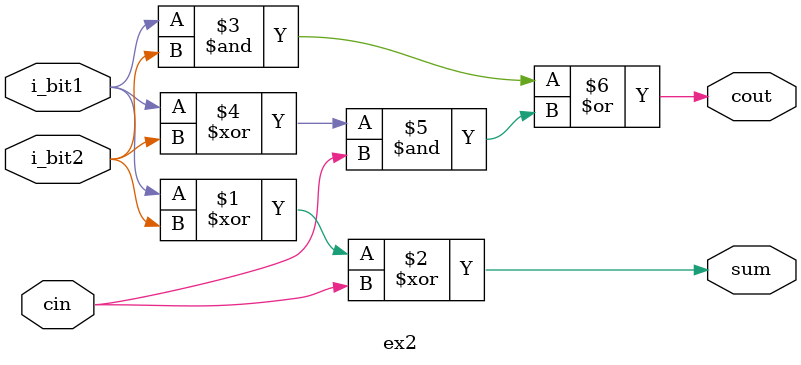
<source format=v>
module ex2
(
	i_bit1,
	i_bit2,
	cin,
	cout,
	sum
);

input i_bit1;
input i_bit2;
input cin;
output sum;
output cout;
assign sum = i_bit1 ^ i_bit2 ^ cin;
assign cout = (i_bit1 & i_bit2) | ((i_bit1 ^ i_bit2) & cin);
endmodule
</source>
